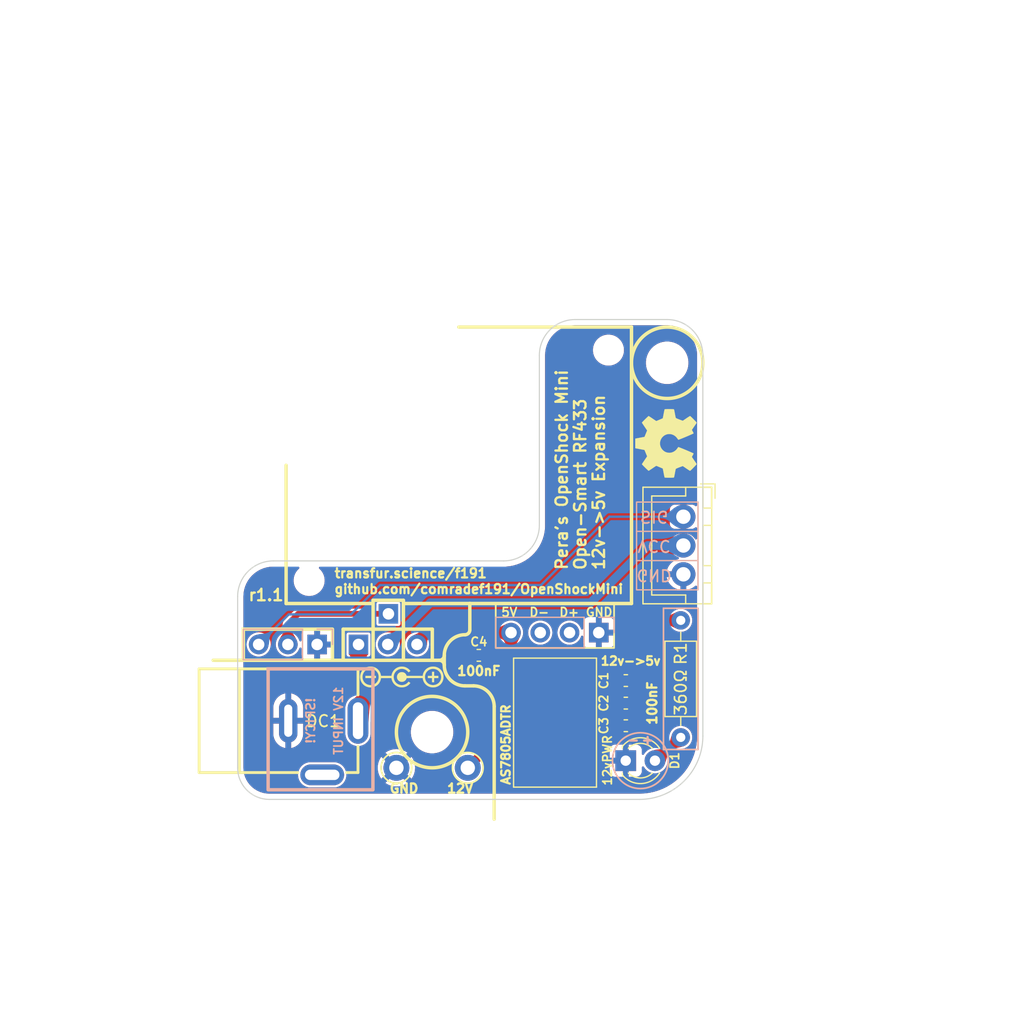
<source format=kicad_pcb>
(kicad_pcb (version 20240108) (generator "pcbnew") (generator_version "8.0")
  (layers (0 "F.Cu" signal) (31 "B.Cu" signal) (34 "B.Paste" user) (35 "F.Paste" user) (36 "B.SilkS" user "B.Silkscreen") (37 "F.SilkS" user "F.Silkscreen") (38 "B.Mask" user) (39 "F.Mask" user) (44 "Edge.Cuts" user))
  (net 0 "")
  (net 1 "GND")
  (net 2 "+12V")
  (net 3 "+5V")
  (net 4 "Net-(D1-A)")
  (net 7 "/TransV")
  (net 8 "+3V3")
  (net 9 "SIGNAL")
  (footprint "MountingHole:MountingHole_2.2mm_M2_ISO7380" (layer "F.Cu") (at 141.7524 68.497)
    (property "Reference" "H4" (hide yes))
    (property "Value" "MountingHole")
    (pad "" np_thru_hole circle (at 0 0) (size 2.2 2.2) (drill 2.2) (layers "*.Cu" "*.Mask"))
  )
  (footprint "Symbol:OSHW-Symbol_6.7x6mm_SilkScreen" (layer "F.Cu") (at 146.7612 76.6064 90)
    (property "Reference" "REF**" (hide yes))
    (property "Value" "OSHW-Symbol_6.7x6mm_SilkScreen" (hide yes))
    (fp_poly (pts (xy 0.501157 -2.279352) (xy 0.576596 -1.879191) (xy 0.854953 -1.764442) (xy 1.13331 -1.649694) (xy 1.467246 -1.876769) (xy 1.560766 -1.939994) (xy 1.645303 -1.996445) (xy 1.716911 -2.043546) (xy 1.771648 -2.078719) (xy 1.805566 -2.099386) (xy 1.814804 -2.103842) (xy 1.831444 -2.092382) (xy 1.867003 -2.060696) (xy 1.917494 -2.012834) (xy 1.978933 -1.952844) (xy 2.047332 -1.884771) (xy 2.118707 -1.812665) (xy 2.189072 -1.740573) (xy 2.254441 -1.672542) (xy 2.310828 -1.61262) (xy 2.354247 -1.564854) (xy 2.380714 -1.533292) (xy 2.387042 -1.522729) (xy 2.377935 -1.503256) (xy 2.352408 -1.460594) (xy 2.313141 -1.398916) (xy 2.262821 -1.322397) (xy 2.20413 -1.235206) (xy 2.170122 -1.185475) (xy 2.108133 -1.094667) (xy 2.053051 -1.012721) (xy 2.007545 -0.943717) (xy 1.97429 -0.891735) (xy 1.955957 -0.860851) (xy 1.953202 -0.854361) (xy 1.959447 -0.835917) (xy 1.976471 -0.792928) (xy 2.001703 -0.731441) (xy 2.032577 -0.6575) (xy 2.066523 -0.577147) (xy 2.100973 -0.496428) (xy 2.133358 -0.421386) (xy 2.16111 -0.358065) (xy 2.18166 -0.312511) (xy 2.19244 -0.290766) (xy 2.193076 -0.28991) (xy 2.210003 -0.285758) (xy 2.255081 -0.276495) (xy 2.323638 -0.263032) (xy 2.411003 -0.246279) (xy 2.512503 -0.227147) (xy 2.571722 -0.216114) (xy 2.68018 -0.195464) (xy 2.778142 -0.175815) (xy 2.860653 -0.15824) (xy 2.922758 -0.143817) (xy 2.959498 -0.133619) (xy 2.966885 -0.130383) (xy 2.974118 -0.108485) (xy 2.979954 -0.059027) (xy 2.984398 0.012206) (xy 2.987452 0.099432) (xy 2.989121 0.196867) (xy 2.989409 0.298728) (xy 2.988319 0.399231) (xy 2.985856 0.49259) (xy 2.982023 0.573026) (xy 2.976824 0.634752) (xy 2.970265 0.671986) (xy 2.96633 0.679738) (xy 2.942812 0.689029) (xy 2.892978 0.702312) (xy 2.823421 0.718026) (xy 2.740732 0.734611) (xy 2.711867 0.739976) (xy 2.572696 0.765468) (xy 2.462762 0.785997) (xy 2.37843 0.802381) (xy 2.31607 0.815434) (xy 2.272049 0.825972) (xy 2.242732 0.834813) (xy 2.22449 0.842769) (xy 2.213688 0.850661) (xy 2.212177 0.85222) (xy 2.19709 0.877343) (xy 2.174077 0.926235) (xy 2.145434 0.992908) (xy 2.113459 1.071378) (xy 2.080449 1.155656) (xy 2.048705 1.239756) (xy 2.020521 1.317691) (xy 1.998198 1.383475) (xy 1.984033 1.431119) (xy 1.980323 1.454639) (xy 1.980633 1.455462) (xy 1.993202 1.474686) (xy 2.021714 1.516985) (xy 2.063177 1.577953) (xy 2.114591 1.65319) (xy 2.17296 1.738293) (xy 2.189583 1.762478) (xy 2.248854 1.850157) (xy 2.30101 1.930156) (xy 2.343209 1.99788) (xy 2.372611 2.048737) (xy 2.386375 2.078132) (xy 2.387042 2.081743) (xy 2.375477 2.100725) (xy 2.343524 2.138327) (xy 2.295288 2.19051) (xy 2.234879 2.253231) (xy 2.166403 2.32245) (xy 2.093968 2.394124) (xy 2.021683 2.464214) (xy 1.953654 2.528676) (xy 1.893989 2.583472) (xy 1.846797 2.624558) (xy 1.816184 2.647894) (xy 1.807715 2.651704) (xy 1.788003 2.64273) (xy 1.747645 2.618527) (xy 1.693214 2.583171) (xy 1.651335 2.554714) (xy 1.575452 2.502497) (xy 1.485588 2.441015) (xy 1.39545 2.37963) (xy 1.346989 2.346777) (xy 1.182959 2.235829) (xy 1.045268 2.310277) (xy 0.982538 2.342892) (xy 0.929197 2.368242) (xy 0.893105 2.382701) (xy 0.883917 2.384712) (xy 0.872871 2.369859) (xy 0.851076 2.327883) (xy 0.820161 2.262657) (xy 0.781754 2.178054) (xy 0.737479 2.077946) (xy 0.688966 1.966203) (xy 0.63784 1.846698) (xy 0.585728 1.723303) (xy 0.534258 1.599891) (xy 0.485056 1.480331) (xy 0.43975 1.368497) (xy 0.399967 1.268262) (xy 0.367332 1.183494) (xy 0.343473 1.118069) (xy 0.330017 1.075856) (xy 0.327853 1.061359) (xy 0.345005 1.042866) (xy 0.382557 1.012849) (xy 0.43266 0.977541) (xy 0.436865 0.974748) (xy 0.566362 0.87109) (xy 0.670779 0.750157) (xy 0.749212 0.615815) (xy 0.800754 0.471931) (xy 0.824502 0.322372) (xy 0.819551 0.171006) (xy 0.784996 0.021699) (xy 0.71993 -0.121682) (xy 0.700788 -0.153052) (xy 0.601221 -0.279727) (xy 0.483596 -0.381447) (xy 0.351982 -0.457687) (xy 0.210452 -0.507915) (xy 0.063076 -0.531603) (xy -0.086075 -0.528223) (xy -0.232929 -0.497245) (xy -0.373416 -0.438139) (xy -0.503464 -0.350379) (xy -0.543692 -0.314758) (xy -0.646074 -0.203257) (xy -0.720678 -0.085878) (xy -0.771854 0.045693) (xy -0.800356 0.175988) (xy -0.807392 0.322483) (xy -0.78393 0.469705) (xy -0.732354 0.612677) (xy -0.655045 0.746424) (xy -0.554387 0.865971) (xy -0.432764 0.966339) (xy -0.41678 0.976919) (xy -0.366139 1.011566) (xy -0.327644 1.041586) (xy -0.30924 1.060753) (xy -0.308972 1.061359) (xy -0.312923 1.082093) (xy -0.328586 1.12915) (xy -0.354333 1.19866) (xy -0.388536 1.28675) (xy -0.429568 1.389551) (xy -0.475802 1.503191) (xy -0.525609 1.623799) (xy -0.577362 1.747505) (xy -0.629434 1.870436) (xy -0.680196 1.988722) (xy -0.728022 2.098494) (xy -0.771283 2.195877) (xy -0.808354 2.277003) (xy -0.837604 2.338) (xy -0.857407 2.374996) (xy -0.865382 2.384712) (xy -0.88975 2.377146) (xy -0.935347 2.356854) (xy -0.99431 2.327461) (xy -1.026731 2.310277) (xy -1.164423 2.235829) (xy -1.328454 2.346777) (xy -1.412187 2.403614) (xy -1.503861 2.466163) (xy -1.589769 2.525058) (xy -1.632799 2.554714) (xy -1.69332 2.595355) (xy -1.744567 2.62756) (xy -1.779856 2.647253) (xy -1.791317 2.651416) (xy -1.808 2.640186) (xy -1.844921 2.608836) (xy -1.898502 2.560619) (xy -1.965162 2.498794) (xy -2.041323 2.426612) (xy -2.089491 2.380266) (xy -2.173762 2.297466) (xy -2.246591 2.223408) (xy -2.305034 2.16126) (xy -2.346147 2.114189) (xy -2.366984 2.085363) (xy -2.368983 2.079513) (xy -2.359706 2.057264) (xy -2.33407 2.012274) (xy -2.294918 1.9491) (xy -2.245094 1.872297) (xy -2.187442 1.786419) (xy -2.171047 1.762478) (xy -2.111309 1.675459) (xy -2.057715 1.597114) (xy -2.01326 1.531845) (xy -1.980942 1.484053) (xy -1.963757 1.458142) (xy -1.962097 1.455462) (xy -1.96458 1.434813) (xy -1.977759 1.389411) (xy -1.999336 1.325246) (xy -2.027014 1.248301) (xy -2.058494 1.164565) (xy -2.091478 1.080026) (xy -2.123669 1.000668) (xy -2.152769 0.93248) (xy -2.176479 0.881447) (xy -2.192502 0.853558) (xy -2.193641 0.85222) (xy -2.203439 0.84425) (xy -2.219988 0.836368) (xy -2.24692 0.827758) (xy -2.287867 0.817605) (xy -2.346463 0.805093) (xy -2.426339 0.789406) (xy -2.531128 0.769727) (xy -2.664462 0.745241) (xy -2.693331 0.739976) (xy -2.778892 0.723446) (xy -2.853483 0.707274) (xy -2.910511 0.693021) (xy -2.943387 0.682249) (xy -2.947795 0.679738) (xy -2.955059 0.657474) (xy -2.960963 0.60772) (xy -2.965504 0.536259) (xy -2.968678 0.448875) (xy -2.970479 0.351353) (xy -2.970907 0.249475) (xy -2.969954 0.149024) (xy -2.967618 0.055785) (xy -2.963896 -0.024459) (xy -2.958781 -0.085925) (xy -2.952272 -0.122831) (xy -2.948348 -0.130383) (xy -2.926503 -0.138003) (xy -2.876758 -0.150399) (xy -2.80407 -0.166495) (xy -2.713395 -0.185217) (xy -2.609689 -0.205489) (xy -2.553186 -0.216114) (xy -2.445983 -0.236154) (xy -2.350383 -0.254309) (xy -2.271059 -0.269667) (xy -2.212684 -0.281318) (xy -2.179931 -0.288351) (xy -2.17454 -0.28991) (xy -2.165429 -0.307489) (xy -2.14617 -0.349831) (xy -2.11933 -0.410887) (xy -2.087475 -0.484608) (xy -2.053173 -0.564945) (xy -2.018992 -0.645849) (xy -1.987498 -0.721269) (xy -1.96126 -0.785158) (xy -1.942843 -0.831465) (xy -1.934815 -0.854143) (xy -1.934666 -0.855134) (xy -1.943767 -0.873023) (xy -1.96928 -0.914191) (xy -2.008525 -0.974545) (xy -2.05882 -1.049994) (xy -2.117483 -1.136447) (xy -2.151586 -1.186105) (xy -2.213727 -1.277157) (xy -2.268919 -1.359823) (xy -2.314471 -1.42992) (xy -2.347688 -1.483268) (xy -2.365878 -1.515684) (xy -2.368505 -1.522951) (xy -2.357212 -1.539864) (xy -2.325991 -1.575979) (xy -2.278831 -1.627246) (xy -2.21972 -1.689624) (xy -2.152645 -1.759062) (xy -2.081596 -1.831518) (xy -2.010559 -1.902943) (xy -1.943524 -1.969294) (xy -1.884479 -2.026523) (xy -1.837411 -2.070585) (xy -1.80631 -2.097435) (xy -1.795905 -2.103842) (xy -1.778963 -2.094832) (xy -1.738442 -2.06952) (xy -1.678283 -2.030481) (xy -1.602424 -1.980294) (xy -1.514804 -1.921535) (xy -1.448711 -1.876769) (xy -1.114775 -1.649694) (xy -0.55806 -1.879191) (xy -0.482622 -2.279352) (xy -0.407183 -2.679514) (xy 0.425719 -2.679514) (xy 0.501157 -2.279352)) (stroke (width 0.01)) (fill solid) (layer "F.SilkS"))
  )
  (footprint "MountingHole:MountingHole_3.2mm_M3_ISO7380" (layer "F.Cu") (at 146.8524 69.597)
    (property "Reference" "H2" (hide yes))
    (property "Value" "MountingHole")
    (pad "" np_thru_hole circle (at 0 0) (size 3.2 3.2) (drill 3.2) (layers "*.Cu" "*.Mask"))
  )
  (footprint "Connector_PinHeader_2.54mm:PinHeader_1x01_P2.54mm_Vertical" (layer "F.Cu") (at 123.332 104.76 -90)
    (property "Reference" "J7" (hide yes))
    (property "Value" "Conn_01x01")
    (pad "1" thru_hole circle (at 0 0 270) (size 2.25 2.25) (drill 1.25) (layers "*.Cu" "*.Mask") (net 1 "GND"))
  )
  (footprint "Symbol:Polarity_Center_Positive_6mm_SilkScreen" (layer "F.Cu") (at 123.7996 96.8756)
    (property "Reference" "REF**" (hide yes))
    (property "Value" "Polarity_Center_Positive_6mm_SilkScreen" (hide yes))
    (fp_poly (pts (xy -2.255342 0.090105) (xy -3.160688 0.090105) (xy -3.160688 -0.090963) (xy -2.255342 -0.090963) (xy -2.255342 0.090105)) (stroke (width 0.01)) (fill solid) (layer "F.SilkS"))
    (fp_poly (pts (xy 2.810826 -0.090963) (xy 3.172964 -0.090963) (xy 3.172964 0.090105) (xy 2.810826 0.090105) (xy 2.810826 0.452244) (xy 2.629757 0.452244) (xy 2.629757 0.090105) (xy 2.267618 0.090105) (xy 2.267618 -0.09089) (xy 2.447744 -0.09187) (xy 2.62787 -0.092849) (xy 2.62885 -0.272976) (xy 2.629829 -0.453102) (xy 2.810826 -0.453102) (xy 2.810826 -0.090963)) (stroke (width 0.01)) (fill solid) (layer "F.SilkS"))
    (fp_poly (pts (xy 2.756708 -0.904823) (xy 2.789459 -0.90356) (xy 2.805436 -0.902367) (xy 2.88589 -0.891404) (xy 2.964849 -0.873611) (xy 3.041638 -0.849262) (xy 3.115582 -0.818632) (xy 3.186008 -0.781996) (xy 3.25224 -0.739627) (xy 3.304994 -0.699096) (xy 3.364732 -0.644334) (xy 3.418864 -0.584645) (xy 3.467158 -0.520402) (xy 3.509378 -0.451977) (xy 3.545292 -0.379742) (xy 3.574665 -0.304068) (xy 3.593642 -0.239964) (xy 3.609771 -0.163535) (xy 3.619732 -0.084991) (xy 3.623498 -0.005671) (xy 3.621042 0.073088) (xy 3.612336 0.149948) (xy 3.602717 0.200964) (xy 3.581179 0.281589) (xy 3.553154 0.358722) (xy 3.518832 0.432083) (xy 3.478402 0.501391) (xy 3.432052 0.566364) (xy 3.379972 0.626721) (xy 3.322351 0.682181) (xy 3.259377 0.732464) (xy 3.232811 0.751012) (xy 3.163271 0.793272) (xy 3.090674 0.828707) (xy 3.014864 0.857377) (xy 2.935682 0.879343) (xy 2.858783 0.893821) (xy 2.839451 0.896193) (xy 2.815574 0.898371) (xy 2.788755 0.900282) (xy 2.760593 0.901855) (xy 2.732693 0.903016) (xy 2.706653 0.903694) (xy 2.684078 0.903817) (xy 2.666567 0.903313) (xy 2.659935 0.902771) (xy 2.650571 0.90174) (xy 2.636017 0.900176) (xy 2.618587 0.898327) (xy 2.607123 0.897122) (xy 2.532581 0.885707) (xy 2.457935 0.86729) (xy 2.384263 0.842317) (xy 2.31264 0.811237) (xy 2.244143 0.774499) (xy 2.179847 0.732551) (xy 2.141246 0.703053) (xy 2.11663 0.681877) (xy 2.08967 0.656746) (xy 2.062404 0.629693) (xy 2.036873 0.602749) (xy 2.015117 0.577947) (xy 2.012555 0.574843) (xy 1.968515 0.515324) (xy 1.929242 0.450547) (xy 1.895113 0.381391) (xy 1.866505 0.308735) (xy 1.843795 0.233456) (xy 1.827362 0.156435) (xy 1.824176 0.136316) (xy 1.817385 0.090105) (xy 1.118175 0.090105) (xy 1.029818 0.090114) (xy 0.948734 0.090143) (xy 0.874647 0.090193) (xy 0.807287 0.090266) (xy 0.74638 0.090364) (xy 0.691653 0.090489) (xy 0.642833 0.090642) (xy 0.599648 0.090826) (xy 0.561824 0.091043) (xy 0.529089 0.091293) (xy 0.50117 0.09158) (xy 0.477793 0.091904) (xy 0.458687 0.092268) (xy 0.443578 0.092673) (xy 0.432193 0.093122) (xy 0.424259 0.093616) (xy 0.419504 0.094157) (xy 0.417655 0.094747) (xy 0.417615 0.09482) (xy 0.402403 0.142497) (xy 0.385583 0.184034) (xy 0.366409 0.220788) (xy 0.344138 0.254114) (xy 0.318026 0.285368) (xy 0.306215 0.297718) (xy 0.265633 0.333551) (xy 0.221402 0.363235) (xy 0.174211 0.386769) (xy 0.124749 0.404152) (xy 0.073703 0.415382) (xy 0.021763 0.42046) (xy -0.030383 0.419384) (xy -0.082047 0.412153) (xy -0.132541 0.398765) (xy -0.181176 0.379221) (xy -0.227263 0.353519) (xy -0.270114 0.321658) (xy -0.294982 0.298582) (xy -0.331586 0.257049) (xy -0.36123 0.213258) (xy -0.384328 0.166553) (xy -0.393732 0.141361) (xy -0.408308 0.086892) (xy -0.415876 0.032018) (xy -0.416301 0.000874) (xy 2.014875 0.000874) (xy 2.01808 0.073847) (xy 2.027811 0.143541) (xy 2.044245 0.210747) (xy 2.06756 0.27626) (xy 2.08467 0.314556) (xy 2.118686 0.376831) (xy 2.158474 0.434504) (xy 2.203634 0.487315) (xy 2.253769 0.535003) (xy 2.30848 0.577309) (xy 2.367367 0.613971) (xy 2.430033 0.64473) (xy 2.496079 0.669326) (xy 2.565107 0.687499) (xy 2.636717 0.698987) (xy 2.678796 0.702459) (xy 2.692399 0.703228) (xy 2.704283 0.703946) (xy 2.708974 0.704255) (xy 2.716142 0.704236) (xy 2.72912 0.703715) (xy 2.746196 0.702777) (xy 2.76566 0.701508) (xy 2.769977 0.701201) (xy 2.844034 0.6923) (xy 2.915096 0.676655) (xy 2.982855 0.654533) (xy 3.047004 0.626202) (xy 3.107235 0.591929) (xy 3.16324 0.55198) (xy 3.214712 0.506623) (xy 3.261342 0.456125) (xy 3.302824 0.400753) (xy 3.33885 0.340773) (xy 3.369111 0.276453) (xy 3.393301 0.20806) (xy 3.408907 0.146689) (xy 3.413685 0.118377) (xy 3.417453 0.084679) (xy 3.420127 0.047696) (xy 3.421625 0.009529) (xy 3.421861 -0.02772) (xy 3.420752 -0.061951) (xy 3.418352 -0.089957) (xy 3.405705 -0.163801) (xy 3.386406 -0.234232) (xy 3.360575 -0.301054) (xy 3.328331 -0.364073) (xy 3.289794 -0.423091) (xy 3.245082 -0.477913) (xy 3.194316 -0.528342) (xy 3.137615 -0.574184) (xy 3.112608 -0.591655) (xy 3.054912 -0.62582) (xy 2.993191 -0.654073) (xy 2.928224 -0.676316) (xy 2.86079 -0.692452) (xy 2.79167 -0.702384) (xy 2.721644 -0.706014) (xy 2.651492 -0.703246) (xy 2.581995 -0.693983) (xy 2.513931 -0.678127) (xy 2.48641 -0.669628) (xy 2.419383 -0.643516) (xy 2.356431 -0.611233) (xy 2.297836 -0.57313) (xy 2.243885 -0.529559) (xy 2.194862 -0.480874) (xy 2.15105 -0.427424) (xy 2.112736 -0.369564) (xy 2.080202 -0.307645) (xy 2.053735 -0.242018) (xy 2.033618 -0.173038) (xy 2.020136 -0.101054) (xy 2.018832 -0.091062) (xy 2.017411 -0.075556) (xy 2.016216 -0.054853) (xy 2.015348 -0.031297) (xy 2.014909 -0.007234) (xy 2.014875 0.000874) (xy -0.416301 0.000874) (xy -0.416622 -0.022612) (xy -0.410736 -0.076348) (xy -0.398407 -0.12854) (xy -0.379821 -0.17854) (xy -0.355168 -0.225696) (xy -0.324636 -0.26936) (xy -0.288414 -0.308881) (xy -0.254884 -0.337523) (xy -0.209563 -0.367464) (xy -0.160993 -0.390995) (xy -0.109935 -0.408098) (xy -0.057149 -0.418752) (xy -0.003397 -0.42294) (xy 0.05056 -0.420641) (xy 0.103963 -0.411838) (xy 0.15605 -0.39651) (xy 0.206061 -0.374639) (xy 0.247563 -0.35009) (xy 0.260021 -0.340843) (xy 0.275432 -0.328136) (xy 0.291493 -0.31392) (xy 0.301292 -0.304691) (xy 0.333913 -0.269418) (xy 0.36134 -0.231592) (xy 0.384214 -0.190068) (xy 0.403172 -0.143699) (xy 0.417729 -0.095679) (xy 0.419237 -0.095083) (xy 0.423618 -0.094536) (xy 0.431144 -0.094037) (xy 0.442087 -0.093583) (xy 0.456722 -0.093172) (xy 0.475321 -0.092803) (xy 0.498156 -0.092475) (xy 0.5255 -0.092184) (xy 0.557627 -0.091929) (xy 0.594809 -0.091709) (xy 0.637318 -0.091521) (xy 0.685428 -0.091364) (xy 0.739411 -0.091236) (xy 0.799541 -0.091135) (xy 0.86609 -0.091059) (xy 0.93933 -0.091006) (xy 1.019536 -0.090975) (xy 1.106978 -0.090963) (xy 1.817976 -0.090963) (xy 1.820564 -0.11454) (xy 1.827478 -0.161845) (xy 1.83795 -0.212635) (xy 1.851278 -0.264163) (xy 1.866763 -0.313686) (xy 1.881351 -0.352777) (xy 1.91564 -0.427117) (xy 1.955915 -0.497061) (xy 2.001863 -0.562365) (xy 2.053173 -0.622788) (xy 2.109532 -0.678088) (xy 2.170629 -0.728023) (xy 2.236151 -0.77235) (xy 2.305786 -0.810826) (xy 2.379223 -0.843211) (xy 2.456149 -0.869262) (xy 2.536253 -0.888737) (xy 2.582102 -0.896638) (xy 2.610989 -0.900016) (xy 2.645137 -0.902581) (xy 2.682303 -0.904276) (xy 2.720242 -0.905043) (xy 2.756708 -0.904823)) (stroke (width 0.01)) (fill solid) (layer "F.SilkS"))
    (fp_poly (pts (xy 0.089528 -0.900767) (xy 0.168479 -0.889934) (xy 0.246388 -0.871956) (xy 0.30792 -0.852268) (xy 0.384695 -0.820531) (xy 0.457977 -0.7822) (xy 0.527403 -0.737547) (xy 0.592608 -0.686841) (xy 0.653231 -0.630354) (xy 0.708909 -0.568356) (xy 0.737295 -0.532002) (xy 0.747331 -0.518482) (xy 0.669209 -0.464101) (xy 0.647694 -0.449242) (xy 0.628097 -0.435931) (xy 0.611301 -0.424749) (xy 0.598188 -0.416279) (xy 0.589643 -0.411101) (xy 0.586672 -0.409721) (xy 0.582322 -0.412538) (xy 0.575188 -0.41992) (xy 0.566954 -0.430089) (xy 0.52409 -0.481084) (xy 0.475325 -0.528255) (xy 0.421562 -0.571041) (xy 0.363703 -0.608883) (xy 0.302648 -0.64122) (xy 0.2393 -0.667492) (xy 0.174561 -0.687138) (xy 0.141562 -0.694375) (xy 0.069362 -0.70442) (xy -0.002648 -0.707164) (xy -0.073959 -0.702762) (xy -0.144057 -0.69137) (xy -0.212429 -0.673143) (xy -0.278563 -0.648236) (xy -0.341946 -0.616804) (xy -0.402066 -0.579001) (xy -0.458411 -0.534984) (xy -0.493729 -0.502158) (xy -0.54346 -0.447541) (xy -0.586566 -0.389327) (xy -0.623062 -0.327488) (xy -0.652962 -0.261996) (xy -0.676279 -0.192825) (xy -0.693028 -0.119946) (xy -0.696012 -0.102279) (xy -0.699415 -0.073215) (xy -0.701494 -0.039194) (xy -0.702245 -0.002638) (xy -0.701669 0.034029) (xy -0.699764 0.068386) (xy -0.696531 0.098008) (xy -0.696088 0.100907) (xy -0.680976 0.173718) (xy -0.659215 0.243563) (xy -0.631048 0.310057) (xy -0.596715 0.37282) (xy -0.556458 0.431468) (xy -0.510519 0.485619) (xy -0.459139 0.53489) (xy -0.40256 0.578899) (xy -0.388064 0.588748) (xy -0.32514 0.625978) (xy -0.259614 0.65635) (xy -0.191993 0.679796) (xy -0.122786 0.696245) (xy -0.052499 0.705627) (xy 0.018358 0.707875) (xy 0.089281 0.702917) (xy 0.15976 0.690686) (xy 0.224692 0.672645) (xy 0.293013 0.646187) (xy 0.357787 0.613204) (xy 0.418598 0.573986) (xy 0.47503 0.528819) (xy 0.526668 0.477993) (xy 0.557733 0.441721) (xy 0.585753 0.406679) (xy 0.603386 0.419288) (xy 0.612089 0.425443) (xy 0.625668 0.434963) (xy 0.642795 0.44692) (xy 0.662141 0.460388) (xy 0.682318 0.474397) (xy 0.701085 0.487521) (xy 0.71753 0.499236) (xy 0.730714 0.508856) (xy 0.739697 0.515693) (xy 0.743542 0.519062) (xy 0.743618 0.519231) (xy 0.741209 0.524348) (xy 0.734548 0.533995) (xy 0.724486 0.547148) (xy 0.711875 0.56278) (xy 0.697564 0.579864) (xy 0.682406 0.597374) (xy 0.66725 0.614283) (xy 0.652947 0.629567) (xy 0.647586 0.635066) (xy 0.586432 0.691677) (xy 0.521488 0.74184) (xy 0.453044 0.785435) (xy 0.381389 0.822341) (xy 0.306813 0.852437) (xy 0.229606 0.875601) (xy 0.150056 0.891712) (xy 0.068455 0.900649) (xy 0.008024 0.902573) (xy -0.068857 0.899907) (xy -0.141594 0.891748) (xy -0.211524 0.87778) (xy -0.279988 0.857691) (xy -0.348325 0.831165) (xy -0.400308 0.806855) (xy -0.47187 0.766907) (xy -0.539122 0.720884) (xy -0.601719 0.669131) (xy -0.659313 0.611991) (xy -0.711556 0.54981) (xy -0.758102 0.482932) (xy -0.798588 0.411731) (xy -0.832516 0.337655) (xy -0.859209 0.262489) (xy -0.878977 0.185291) (xy -0.886836 0.142703) (xy -0.895295 0.090075) (xy -1.808327 0.091991) (xy -1.811177 0.118397) (xy -1.821052 0.182328) (xy -1.836796 0.248283) (xy -1.857775 0.314468) (xy -1.883352 0.379085) (xy -1.912892 0.440341) (xy -1.94402 0.493739) (xy -1.973333 0.536126) (xy -2.00689 0.578981) (xy -2.043184 0.620617) (xy -2.080706 0.659348) (xy -2.117948 0.693487) (xy -2.135717 0.708092) (xy -2.203319 0.756701) (xy -2.273847 0.798358) (xy -2.347287 0.833057) (xy -2.423626 0.860794) (xy -2.502851 0.881562) (xy -2.584947 0.895359) (xy -2.669901 0.902178) (xy -2.687267 0.902705) (xy -2.710312 0.903115) (xy -2.731788 0.90331) (xy -2.750125 0.90329) (xy -2.763757 0.903055) (xy -2.770258 0.902708) (xy -2.821399 0.896964) (xy -2.866902 0.890366) (xy -2.908657 0.882539) (xy -2.948554 0.873105) (xy -2.988484 0.861691) (xy -3.007911 0.855499) (xy -3.083049 0.826947) (xy -3.154531 0.791973) (xy -3.222044 0.750918) (xy -3.285274 0.704124) (xy -3.343908 0.651933) (xy -3.397631 0.594686) (xy -3.446131 0.532725) (xy -3.489093 0.466392) (xy -3.526204 0.396029) (xy -3.55715 0.321977) (xy -3.581618 0.244578) (xy -3.586598 0.225105) (xy -3.594367 0.191744) (xy -3.600391 0.161804) (xy -3.60487 0.133459) (xy -3.608006 0.104886) (xy -3.609997 0.07426) (xy -3.611046 0.039758) (xy -3.61135 -0.00043) (xy -3.611336 -0.002315) (xy -3.413431 -0.002315) (xy -3.409924 0.072619) (xy -3.399472 0.145241) (xy -3.382174 0.21524) (xy -3.358131 0.282304) (xy -3.327444 0.346122) (xy -3.290212 0.406382) (xy -3.274316 0.428355) (xy -3.228673 0.482675) (xy -3.177937 0.531663) (xy -3.122609 0.575049) (xy -3.063191 0.612564) (xy -3.000183 0.643941) (xy -2.934084 0.668909) (xy -2.865396 0.687201) (xy -2.794619 0.698548) (xy -2.766485 0.701037) (xy -2.748846 0.702245) (xy -2.73343 0.703301) (xy -2.722148 0.704075) (xy -2.717446 0.704399) (xy -2.711042 0.704326) (xy -2.698732 0.703764) (xy -2.682133 0.7028) (xy -2.66286 0.701523) (xy -2.6573 0.701128) (xy -2.583962 0.692275) (xy -2.51353 0.676696) (xy -2.446319 0.654705) (xy -2.382642 0.626616) (xy -2.322814 0.592743) (xy -2.267147 0.553399) (xy -2.215958 0.5089) (xy -2.169558 0.459559) (xy -2.128263 0.405689) (xy -2.092386 0.347606) (xy -2.062241 0.285624) (xy -2.038142 0.220055) (xy -2.020403 0.151215) (xy -2.009338 0.079418) (xy -2.006887 0.050496) (xy -2.005486 -0.024213) (xy -2.011033 -0.097048) (xy -2.023319 -0.167637) (xy -2.042138 -0.235603) (xy -2.067282 -0.300575) (xy -2.098543 -0.362178) (xy -2.135715 -0.420039) (xy -2.17859 -0.473783) (xy -2.22696 -0.523038) (xy -2.280619 -0.56743) (xy -2.339358 -0.606584) (xy -2.385564 -0.631764) (xy -2.451223 -0.660265) (xy -2.519434 -0.681949) (xy -2.589504 -0.696811) (xy -2.660745 -0.704847) (xy -2.732463 -0.706053) (xy -2.803969 -0.700423) (xy -2.87457 -0.687953) (xy -2.943576 -0.668638) (xy -3.010296 -0.642474) (xy -3.024029 -0.636072) (xy -3.086913 -0.601854) (xy -3.144988 -0.562013) (xy -3.198026 -0.516924) (xy -3.245796 -0.466961) (xy -3.288068 -0.412498) (xy -3.324613 -0.353909) (xy -3.355199 -0.29157) (xy -3.379598 -0.225853) (xy -3.397579 -0.157133) (xy -3.408913 -0.085785) (xy -3.413369 -0.012182) (xy -3.413431 -0.002315) (xy -3.611336 -0.002315) (xy -3.611045 -0.040579) (xy -3.61 -0.075043) (xy -3.608023 -0.105658) (xy -3.604921 -0.13426) (xy -3.600501 -0.162689) (xy -3.59457 -0.192783) (xy -3.588181 -0.221107) (xy -3.565943 -0.299676) (xy -3.537123 -0.374867) (xy -3.502032 -0.446375) (xy -3.460981 -0.513893) (xy -3.414279 -0.577113) (xy -3.362237 -0.635729) (xy -3.305166 -0.689434) (xy -3.243375 -0.737921) (xy -3.177176 -0.780883) (xy -3.106877 -0.818015) (xy -3.032791 -0.849008) (xy -2.955226 -0.873556) (xy -2.919262 -0.88242) (xy -2.888266 -0.88912) (xy -2.860832 -0.894306) (xy -2.835173 -0.898156) (xy -2.809502 -0.900851) (xy -2.78203 -0.902568) (xy -2.750971 -0.903489) (xy -2.714537 -0.90379) (xy -2.706129 -0.903792) (xy -2.665722 -0.903426) (xy -2.630956 -0.90227) (xy -2.59995 -0.900124) (xy -2.570823 -0.896791) (xy -2.541696 -0.892073) (xy -2.510686 -0.88577) (xy -2.489451 -0.880923) (xy -2.415795 -0.860061) (xy -2.343258 -0.832657) (xy -2.27317 -0.799336) (xy -2.206856 -0.760728) (xy -2.14915 -0.720173) (xy -2.1217 -0.697693) (xy -2.092157 -0.671203) (xy -2.062477 -0.642606) (xy -2.034618 -0.613807) (xy -2.010535 -0.58671) (xy -2.004562 -0.579473) (xy -1.959225 -0.517849) (xy -1.91893 -0.451667) (xy -1.884137 -0.381982) (xy -1.855303 -0.309851) (xy -1.832884 -0.236329) (xy -1.817341 -0.162472) (xy -1.814032 -0.140003) (xy -1.811873 -0.124195) (xy -1.809863 -0.11042) (xy -1.808351 -0.101048) (xy -1.808048 -0.099451) (xy -1.806297 -0.090963) (xy -0.89355 -0.090963) (xy -0.89355 -0.099905) (xy -0.892756 -0.109647) (xy -0.890583 -0.125065) (xy -0.887341 -0.144485) (xy -0.88334 -0.16623) (xy -0.878892 -0.188625) (xy -0.874308 -0.209995) (xy -0.869898 -0.228662) (xy -0.869051 -0.231977) (xy -0.845854 -0.306511) (xy -0.815652 -0.379238) (xy -0.778893 -0.449511) (xy -0.736028 -0.516687) (xy -0.687505 -0.58012) (xy -0.633773 -0.639164) (xy -0.575282 -0.693174) (xy -0.516112 -0.738955) (xy -0.447867 -0.78266) (xy -0.376433 -0.819803) (xy -0.302339 -0.85031) (xy -0.226113 -0.874109) (xy -0.148284 -0.891127) (xy -0.069382 -0.901291) (xy 0.010065 -0.904529) (xy 0.089528 -0.900767)) (stroke (width 0.01)) (fill solid) (layer "F.SilkS"))
  )
  (footprint "Connector_PinHeader_2.54mm:PinHeader_1x03_P2.54mm_Vertical" (layer "F.Cu") (at 120.0404 94.05275 90)
    (property "Reference" "J2" (hide yes))
    (property "Value" "Conn_01x03")
    (fp_line (start -1.33 -1.33) (end 0 -1.33) (stroke (width 0.12)) (layer "F.SilkS"))
    (fp_line (start -1.33 0) (end -1.33 -1.33) (stroke (width 0.12)) (layer "F.SilkS"))
    (fp_line (start 1.33 1.27) (end 1.33 6.41) (stroke (width 0.12)) (layer "F.SilkS"))
    (fp_line (start -1.33 1.27) (end 1.33 1.27) (stroke (width 0.12)) (layer "F.SilkS"))
    (fp_line (start -1.33 1.27) (end -1.33 6.41) (stroke (width 0.12)) (layer "F.SilkS"))
    (fp_line (start -1.33 6.41) (end 1.33 6.41) (stroke (width 0.12)) (layer "F.SilkS"))
    (pad "1" thru_hole rect (at 0 0 90) (size 1.7 1.7) (drill 1) (layers "*.Cu" "*.Mask") (net 2 "+12V"))
    (pad "2" thru_hole oval (at 0 2.54 90) (size 1.7 1.7) (drill 1) (layers "*.Cu" "*.Mask") (net 7 "/TransV"))
    (pad "3" thru_hole oval (at 0 5.08 90) (size 1.7 1.7) (drill 1) (layers "*.Cu" "*.Mask") (net 3 "+5V"))
  )
  (footprint "Capacitor_SMD:C_0603_1608Metric_Pad1.08x0.95mm_HandSolder" (layer "F.Cu") (at 143.26 97.187)
    (property "Reference" "C1" (at -1.4772 0 90) (layer "F.SilkS") (effects (font (size 0.75 0.75)) (justify bottom)))
    (property "Value" "100nF")
    (fp_line (start -0.146267 -0.51) (end 0.146267 -0.51) (stroke (width 0.12)) (layer "F.SilkS"))
    (fp_line (start -0.146267 0.51) (end 0.146267 0.51) (stroke (width 0.12)) (layer "F.SilkS"))
    (pad "1" smd roundrect (at -0.8625 0) (size 1.075 0.95) (layers "F.Cu" "F.Paste" "F.Mask") (net 2 "+12V"))
    (pad "2" smd roundrect (at 0.8625 0) (size 1.075 0.95) (layers "F.Cu" "F.Paste" "F.Mask") (net 1 "GND"))
  )
  (footprint "EASYEDA Footprints:DC-IN-TH_JPD1030-N521-4F" (layer "F.Cu") (at 116.967 103.022)
    (property "Reference" "DC1" (at 0 -2.311 0) (layer "F.SilkS"))
    (property "Value" "JPD1030-N521-4F")
    (fp_line (start -10.77 -6.85) (end -10.77 2.15) (stroke (width 0.25)) (layer "F.SilkS"))
    (fp_line (start -10.77 2.15) (end -2.19 2.15) (stroke (width 0.25)) (layer "F.SilkS"))
    (fp_line (start -7.27 -6.85) (end -7.27 2.15) (stroke (width 0.25)) (layer "F.SilkS"))
    (fp_line (start 2.04 2.15) (end 3.03 2.15) (stroke (width 0.25)) (layer "F.SilkS"))
    (fp_line (start 3.03 -6.85) (end -10.77 -6.85) (stroke (width 0.25)) (layer "F.SilkS"))
    (fp_line (start 3.03 -4.59) (end 3.03 -6.84) (stroke (width 0.25)) (layer "F.SilkS"))
    (fp_line (start 3.03 2.15) (end 3.03 -0.12) (stroke (width 0.25)) (layer "F.SilkS"))
    (pad "1" thru_hole oval (at 3.03 -2.35) (size 1.8 4) (drill oval 0.900024 3.199994) (layers "*.Cu" "*.Mask") (net 2 "+12V"))
    (pad "2" thru_hole oval (at -3.03 -2.35 180) (size 1.6 3.8) (drill oval 0.700024 2.799994) (layers "*.Cu" "*.Mask") (net 1 "GND"))
    (pad "3" thru_hole oval (at -0.08 2.35) (size 3.8 1.8) (drill oval 2.999994 0.900024) (layers "*.Cu" "*.Mask"))
  )
  (footprint "MountingHole:MountingHole_3.2mm_M3_ISO7380" (layer "F.Cu") (at 126.432 101.66)
    (property "Reference" "H1" (hide yes))
    (property "Value" "MountingHole")
    (pad "" np_thru_hole circle (at 0 0) (size 3.2 3.2) (drill 3.2) (layers "*.Cu" "*.Mask"))
  )
  (footprint "Capacitor_SMD:C_0603_1608Metric_Pad1.08x0.95mm_HandSolder" (layer "F.Cu") (at 143.26 99.147)
    (property "Reference" "C2" (at -1.4772 0 90) (layer "F.SilkS") (effects (font (size 0.75 0.75)) (justify bottom)))
    (property "Value" "100nF")
    (fp_line (start -0.146267 -0.51) (end 0.146267 -0.51) (stroke (width 0.12)) (layer "F.SilkS"))
    (fp_line (start -0.146267 0.51) (end 0.146267 0.51) (stroke (width 0.12)) (layer "F.SilkS"))
    (pad "1" smd roundrect (at -0.8625 0) (size 1.075 0.95) (layers "F.Cu" "F.Paste" "F.Mask") (net 2 "+12V"))
    (pad "2" smd roundrect (at 0.8625 0) (size 1.075 0.95) (layers "F.Cu" "F.Paste" "F.Mask") (net 1 "GND"))
  )
  (footprint "Connector_PinHeader_2.54mm:PinHeader_1x01_P2.54mm_Vertical" (layer "F.Cu") (at 122.6404 91.39275 90)
    (property "Reference" "J5" (hide yes))
    (property "Value" "Conn_01x01" (hide yes))
    (pad "1" thru_hole rect (at 0 0 90) (size 1.7 1.7) (drill 1) (layers "*.Cu" "*.Mask") (net 8 "+3V3"))
  )
  (footprint "CustomFootprints:OpenShockCore-Mini" (layer "F.Cu") (at 126.432 101.66)
    (property "Reference" "REF**" (hide yes))
    (property "Value" "OpenShockCore-Mini")
    (fp_line (start 0 -0.635) (end 0 -1.27) (stroke (width 0.1)) (layer "F.SilkS"))
    (fp_circle (center 0 0) (end 0.635 0) (stroke (width 0.1)) (fill solid) (layer "F.SilkS"))
  )
  (footprint "Capacitor_SMD:C_0603_1608Metric_Pad1.08x0.95mm_HandSolder" (layer "F.Cu") (at 130.49 94.996 180)
    (property "Reference" "C4" (at 0 0.73 0) (layer "F.SilkS") (effects (font (size 0.75 0.75)) (justify bottom)))
    (property "Value" "100nF")
    (fp_line (start -0.146267 0.51) (end 0.146267 0.51) (stroke (width 0.12)) (layer "F.SilkS"))
    (fp_line (start -0.146267 -0.51) (end 0.146267 -0.51) (stroke (width 0.12)) (layer "F.SilkS"))
    (pad "1" smd roundrect (at -0.8625 0 180) (size 1.075 0.95) (layers "F.Cu" "F.Paste" "F.Mask") (net 3 "+5V"))
    (pad "2" smd roundrect (at 0.8625 0 180) (size 1.075 0.95) (layers "F.Cu" "F.Paste" "F.Mask") (net 1 "GND"))
  )
  (footprint "MountingHole:MountingHole_2.2mm_M2_ISO7380" (layer "F.Cu") (at 115.7524 88.497)
    (property "Reference" "H3" (hide yes))
    (property "Value" "MountingHole")
    (pad "" np_thru_hole circle (at 0 0) (size 2.2 2.2) (drill 2.2) (layers "*.Cu" "*.Mask"))
  )
  (footprint "CustomFootprints:JST-XH 03 - Endstop" (layer "F.Cu") (at 148.2598 82.9602 -90)
    (property "Reference" "J4" (hide yes))
    (property "Value" "Conn_01x03")
    (fp_line (start 1.27 -1.27) (end 1.27 4.064) (stroke (width 0.12)) (layer "B.SilkS"))
    (fp_line (start 3.81 -1.27) (end 3.81 4.064) (stroke (width 0.12)) (layer "B.SilkS"))
    (fp_rect (start -1.27 -1.27) (end 6.35 4.064) (stroke (width 0.12)) (fill none) (layer "B.SilkS"))
    (fp_line (start -2.56 3.51) (end 7.56 3.51) (stroke (width 0.12)) (layer "F.SilkS"))
    (fp_line (start 7.56 3.51) (end 7.56 -2.46) (stroke (width 0.12)) (layer "F.SilkS"))
    (fp_line (start -1.8 2.75) (end 2.5 2.75) (stroke (width 0.12)) (layer "F.SilkS"))
    (fp_line (start 6.8 2.75) (end 2.5 2.75) (stroke (width 0.12)) (layer "F.SilkS"))
    (fp_line (start -2.55 -0.2) (end -1.8 -0.2) (stroke (width 0.12)) (layer "F.SilkS"))
    (fp_line (start -1.8 -0.2) (end -1.8 2.75) (stroke (width 0.12)) (layer "F.SilkS"))
    (fp_line (start 6.8 -0.2) (end 6.8 2.75) (stroke (width 0.12)) (layer "F.SilkS"))
    (fp_line (start 7.55 -0.2) (end 6.8 -0.2) (stroke (width 0.12)) (layer "F.SilkS"))
    (fp_line (start -2.55 -1.7) (end -0.75 -1.7) (stroke (width 0.12)) (layer "F.SilkS"))
    (fp_line (start -0.75 -1.7) (end -0.75 -2.45) (stroke (width 0.12)) (layer "F.SilkS"))
    (fp_line (start 0.75 -1.7) (end 4.25 -1.7) (stroke (width 0.12)) (layer "F.SilkS"))
    (fp_line (start 4.25 -1.7) (end 4.25 -2.45) (stroke (width 0.12)) (layer "F.SilkS"))
    (fp_line (start 5.75 -1.7) (end 7.55 -1.7) (stroke (width 0.12)) (layer "F.SilkS"))
    (fp_line (start 7.55 -1.7) (end 7.55 -2.45) (stroke (width 0.12)) (layer "F.SilkS"))
    (fp_line (start -2.55 -2.45) (end -2.55 -1.7) (stroke (width 0.12)) (layer "F.SilkS"))
    (fp_line (start -0.75 -2.45) (end -2.55 -2.45) (stroke (width 0.12)) (layer "F.SilkS"))
    (fp_line (start 0.75 -2.45) (end 0.75 -1.7) (stroke (width 0.12)) (layer "F.SilkS"))
    (fp_line (start 4.25 -2.45) (end 0.75 -2.45) (stroke (width 0.12)) (layer "F.SilkS"))
    (fp_line (start 5.75 -2.45) (end 5.75 -1.7) (stroke (width 0.12)) (layer "F.SilkS"))
    (fp_line (start 7.55 -2.45) (end 5.75 -2.45) (stroke (width 0.12)) (layer "F.SilkS"))
    (fp_line (start -2.56 -2.46) (end -2.56 3.51) (stroke (width 0.12)) (layer "F.SilkS"))
    (fp_line (start 7.56 -2.46) (end -2.56 -2.46) (stroke (width 0.12)) (layer "F.SilkS"))
    (fp_line (start -2.85 -2.75) (end -2.85 -1.5) (stroke (width 0.12)) (layer "F.SilkS"))
    (fp_line (start -1.6 -2.75) (end -2.85 -2.75) (stroke (width 0.12)) (layer "F.SilkS"))
    (fp_text user "GND" (at 5.08 2.54 180) (layer "B.SilkS") (effects (justify mirror)))
    (fp_text user "VCC" (at 2.54 2.54 180) (layer "B.SilkS") (effects (justify mirror)))
    (fp_text user "SIG" (at 0 2.54 180) (layer "B.SilkS") (effects (justify mirror)))
    (pad "1" thru_hole circle (at 0 0 270) (size 2.1 2.1) (drill 1.25) (layers "*.Cu" "*.Mask") (net 9 "SIGNAL"))
    (pad "2" thru_hole circle (at 2.5 0 270) (size 2.1 2.1) (drill 1.25) (layers "*.Cu" "*.Mask") (net 7 "/TransV"))
    (pad "3" thru_hole circle (at 5 0 270) (size 2.1 2.1) (drill 1.25) (layers "*.Cu" "*.Mask") (net 1 "GND"))
  )
  (footprint "Connector_PinHeader_2.54mm:PinHeader_1x01_P2.54mm_Vertical" (layer "F.Cu") (at 129.532 104.76 -90)
    (property "Reference" "J6" (hide yes))
    (property "Value" "Conn_01x01" (hide yes))
    (pad "1" thru_hole circle (at 0 0 270) (size 2.25 2.25) (drill 1.25) (layers "*.Cu" "*.Mask") (net 2 "+12V"))
  )
  (footprint "CustomFootprints:Open-Smart RF433 Module" (layer "F.Cu") (at 116.1824 82.987)
    (property "Reference" "U1" (hide yes))
    (property "Value" "~")
    (fp_line (start -2.43 7.51) (end -2.43 -4.49) (stroke (width 0.3)) (layer "F.SilkS") (net 95))
    (fp_line (start 27.57 -16.49) (end 12.57 -16.49) (stroke (width 0.3)) (layer "F.SilkS") (net 95))
    (fp_line (start 27.57 7.51) (end 27.57 -16.49) (stroke (width 0.3)) (layer "F.SilkS") (net 95))
  )
  (footprint "Capacitor_SMD:C_0603_1608Metric_Pad1.08x0.95mm_HandSolder" (layer "F.Cu") (at 143.26 101.107)
    (property "Reference" "C3" (at -1.4772 0 90) (layer "F.SilkS") (effects (font (size 0.75 0.75)) (justify bottom)))
    (property "Value" "100nF")
    (fp_line (start -0.146267 -0.51) (end 0.146267 -0.51) (stroke (width 0.12)) (layer "F.SilkS"))
    (fp_line (start -0.146267 0.51) (end 0.146267 0.51) (stroke (width 0.12)) (layer "F.SilkS"))
    (pad "1" smd roundrect (at -0.8625 0) (size 1.075 0.95) (layers "F.Cu" "F.Paste" "F.Mask") (net 2 "+12V"))
    (pad "2" smd roundrect (at 0.8625 0) (size 1.075 0.95) (layers "F.Cu" "F.Paste" "F.Mask") (net 1 "GND"))
  )
  (footprint "PCM_Package_TO_SOT_SMD_AKL:TO-252-2" (layer "F.Cu") (at 137.11 100.838 -90)
    (property "Reference" "U2" (hide yes))
    (property "Value" "AS7805ADTR-G1" (hide yes))
    (fp_line (start -5.6 3.6) (end 5.6 3.6) (stroke (width 0.12)) (layer "F.SilkS"))
    (fp_line (start 5.6 3.6) (end 5.6 -3.6) (stroke (width 0.12)) (layer "F.SilkS"))
    (fp_line (start -5.6 -3.6) (end -5.6 3.6) (stroke (width 0.12)) (layer "F.SilkS"))
    (fp_line (start 5.6 -3.6) (end -5.6 -3.6) (stroke (width 0.12)) (layer "F.SilkS"))
    (pad "1" smd roundrect (at -4.2 -2.28 270) (size 2.2 1.2) (layers "F.Cu" "F.Paste" "F.Mask") (roundrect_rratio 0.2083333333) (net 2 "+12V"))
    (pad "2" smd roundrect (at 2.1 0 270) (size 6.4 5.8) (layers "F.Cu" "F.Mask") (roundrect_rratio 0.04310344828) (net 1 "GND"))
    (pad "3" smd roundrect (at -4.2 2.28 270) (size 2.2 1.2) (layers "F.Cu" "F.Paste" "F.Mask") (roundrect_rratio 0.2083333333) (net 3 "+5V"))
  )
  (footprint "LED_THT:LED_D3.0mm" (layer "F.Cu") (at 143.251 104.14)
    (property "Reference" "D1" (at 3.815 0 90) (layer "F.SilkS") (effects (font (size 0.75 0.75)) (justify top)))
    (property "Value" "5vPWR")
    (fp_line (start -0.29 -1.236) (end -0.29 -1.08) (stroke (width 0.12)) (layer "F.SilkS"))
    (fp_line (start -0.29 1.08) (end -0.29 1.236) (stroke (width 0.12)) (layer "F.SilkS"))
    (fp_arc (start -0.29 -1.235516) (mid 1.366487 -1.987659) (end 2.942335 -1.078608) (stroke (width 0.12)) (layer "F.SilkS"))
    (fp_arc (start 0.229039 -1.08) (mid 1.270117 -1.5) (end 2.31113 -1.079837) (stroke (width 0.12)) (layer "F.SilkS"))
    (fp_arc (start 2.31113 1.079837) (mid 1.270117 1.5) (end 0.229039 1.08) (stroke (width 0.12)) (layer "F.SilkS"))
    (fp_arc (start 2.942335 1.078608) (mid 1.366487 1.987659) (end -0.29 1.235516) (stroke (width 0.12)) (layer "F.SilkS"))
    (pad "1" thru_hole rect (at 0 0) (size 1.8 1.8) (drill 0.9) (layers "*.Cu" "*.Mask") (net 1 "GND"))
    (pad "2" thru_hole circle (at 2.54 0) (size 1.8 1.8) (drill 0.9) (layers "*.Cu" "*.Mask") (net 4 "Net-(D1-A)"))
  )
  (footprint "CustomFootprints:THT-Resistor_Customised" (layer "F.Cu") (at 148.0312 102.1202 90)
    (property "Reference" "R1" (at 8.35 0 90) (layer "F.SilkS") (effects (justify right)))
    (property "Value" "360Ω" (at 1.81 0 90) (layer "F.SilkS") (effects (justify left)))
    (fp_line (start 8.35 -1.37) (end 1.81 -1.37) (stroke (width 0.12)) (layer "F.SilkS"))
    (fp_line (start 1.81 -1.37) (end 1.81 1.37) (stroke (width 0.12)) (layer "F.SilkS"))
    (fp_line (start 9.12 0) (end 8.35 0) (stroke (width 0.12)) (layer "F.SilkS"))
    (fp_line (start 1.04 0) (end 1.81 0) (stroke (width 0.12)) (layer "F.SilkS"))
    (fp_line (start 8.35 1.37) (end 8.35 -1.37) (stroke (width 0.12)) (layer "F.SilkS"))
    (fp_line (start 1.81 1.37) (end 8.35 1.37) (stroke (width 0.12)) (layer "F.SilkS"))
    (pad "1" thru_hole circle (at 0 0 90) (size 1.6 1.6) (drill 0.8) (layers "*.Cu" "*.Mask") (net 4 "Net-(D1-A)"))
    (pad "2" thru_hole oval (at 10.16 0 90) (size 1.6 1.6) (drill 0.8) (layers "*.Cu" "*.Mask") (net 2 "+12V"))
  )
  (footprint "Connector_PinSocket_2.54mm:PinSocket_1x03_P2.54mm_Vertical" (layer "B.Cu") (at 116.446 94.05275 90)
    (property "Reference" "J3" (hide yes))
    (property "Value" "Conn_01x03")
    (fp_line (start 1.33 -6.41) (end -1.33 -6.41) (stroke (width 0.12)) (layer "B.SilkS"))
    (fp_line (start 1.33 -6.41) (end 1.33 -1.27) (stroke (width 0.12)) (layer "B.SilkS"))
    (fp_line (start -1.33 -6.41) (end -1.33 -1.27) (stroke (width 0.12)) (layer "B.SilkS"))
    (fp_line (start 1.33 -1.27) (end -1.33 -1.27) (stroke (width 0.12)) (layer "B.SilkS"))
    (fp_line (start 1.33 0) (end 1.33 1.33) (stroke (width 0.12)) (layer "B.SilkS"))
    (fp_line (start 1.33 1.33) (end 0 1.33) (stroke (width 0.12)) (layer "B.SilkS"))
    (pad "1" thru_hole rect (at 0 0 90) (size 1.7 1.7) (drill 1) (layers "*.Cu" "*.Mask") (net 1 "GND"))
    (pad "2" thru_hole oval (at 0 -2.54 90) (size 1.7 1.7) (drill 1) (layers "*.Cu" "*.Mask") (net 8 "+3V3"))
    (pad "3" thru_hole oval (at 0 -5.08 90) (size 1.7 1.7) (drill 1) (layers "*.Cu" "*.Mask") (net 9 "SIGNAL"))
  )
  (footprint "Connector_PinSocket_2.54mm:PinSocket_1x04_P2.54mm_Vertical" (layer "B.Cu") (at 140.91 93.024 90)
    (property "Reference" "J1" (hide yes))
    (property "Value" "Conn_01x04")
    (fp_line (start 1.33 -8.95) (end -1.33 -8.95) (stroke (width 0.12)) (layer "B.SilkS"))
    (fp_line (start 1.33 -8.95) (end 1.33 -1.27) (stroke (width 0.12)) (layer "B.SilkS"))
    (fp_line (start -1.33 -8.95) (end -1.33 -1.27) (stroke (width 0.12)) (layer "B.SilkS"))
    (fp_line (start 1.33 -1.27) (end -1.33 -1.27) (stroke (width 0.12)) (layer "B.SilkS"))
    (fp_line (start 1.33 0) (end 1.33 1.33) (stroke (width 0.12)) (layer "B.SilkS"))
    (fp_line (start 1.33 1.33) (end 0 1.33) (stroke (width 0.12)) (layer "B.SilkS"))
    (pad "1" thru_hole rect (at 0 0 90) (size 1.7 1.7) (drill 1) (layers "*.Cu" "*.Mask") (net 1 "GND"))
    (pad "2" thru_hole oval (at 0 -2.54 90) (size 1.7 1.7) (drill 1) (layers "*.Cu" "*.Mask"))
    (pad "3" thru_hole oval (at 0 -5.08 90) (size 1.7 1.7) (drill 1) (layers "*.Cu" "*.Mask"))
    (pad "4" thru_hole oval (at 0 -7.62 90) (size 1.7 1.7) (drill 1) (layers "*.Cu" "*.Mask") (net 3 "+5V"))
  )
  (gr_rect (start 146.5312 90.9102) (end 149.5312 103.1702) (stroke (width 0.15)) (fill none) (layer "B.SilkS"))
  (gr_circle (center 144.526 104.14) (end 146.951 104.14) (stroke (width 0.15)) (fill none) (layer "B.SilkS"))
  (gr_rect (start 112.1902 96.172) (end 121.2918 106.67) (stroke (width 0.3)) (fill none) (layer "B.SilkS"))
  (gr_arc (start 127.491202 95.001169) (mid 127.366245 95.302842) (end 127.064571 95.4278) (stroke (width 0.3)) (layer "F.SilkS"))
  (gr_arc (start 129.282973 97.646202) (mid 128.016 97.121404) (end 127.491202 95.854431) (stroke (width 0.3)) (layer "F.SilkS"))
  (gr_line (start 118.7104 92.72275) (end 126.4504 92.72275) (stroke (width 0.3)) (layer "F.SilkS"))
  (gr_line (start 121.3104 90.21275) (end 123.9404 90.21275) (stroke (width 0.3)) (layer "F.SilkS"))
  (gr_line (start 127.064571 95.4278) (end 107.419749 95.4278) (stroke (width 0.3)) (layer "F.SilkS"))
  (gr_line (start 121.3104 90.21275) (end 121.3104 95.38275) (stroke (width 0.3)) (layer "F.SilkS"))
  (gr_arc (start 130.034229 97.646202) (mid 131.301202 98.171) (end 131.826 99.437973) (stroke (width 0.3)) (layer "F.SilkS"))
  (gr_line (start 143.7524 90.497) (end 129.709604 90.497) (stroke (width 0.3)) (layer "F.SilkS"))
  (gr_circle (center 123.332 104.76) (end 123.332 106.09) (stroke (width 0.15)) (fill none) (layer "F.SilkS"))
  (gr_arc (start 127.491202 95.001169) (mid 128.015999 93.734195) (end 129.282973 93.209398) (stroke (width 0.3)) (layer "F.SilkS"))
  (gr_rect (start 110.036 92.72275) (end 117.776 95.4278) (stroke (width 0.3)) (fill none) (layer "F.SilkS"))
  (gr_line (start 123.9404 90.21275) (end 123.9404 95.38275) (stroke (width 0.3)) (layer "F.SilkS"))
  (gr_circle (center 126.432 101.66) (end 129.532 101.66) (stroke (width 0.3)) (fill none) (layer "F.SilkS"))
  (gr_arc (start 127.064571 95.4278) (mid 127.366245 95.552757) (end 127.491202 95.854431) (stroke (width 0.3)) (layer "F.SilkS"))
  (gr_circle (center 146.8524 69.597) (end 149.9524 69.597) (stroke (width 0.3)) (fill none) (layer "F.SilkS"))
  (gr_line (start 129.282973 97.646202) (end 130.034229 97.646202) (stroke (width 0.3)) (layer "F.SilkS"))
  (gr_line (start 129.709604 90.497) (end 129.709604 92.782767) (stroke (width 0.3)) (layer "F.SilkS"))
  (gr_rect (start 121.2596 90.21275) (end 121.3104 90.497) (stroke (width 0.15)) (fill none) (layer "F.SilkS"))
  (gr_line (start 121.2596 90.497) (end 113.7524 90.497) (stroke (width 0.3)) (layer "F.SilkS"))
  (gr_circle (center 129.532 104.76) (end 129.532 106.09) (stroke (width 0.15)) (fill none) (layer "F.SilkS"))
  (gr_arc (start 129.709604 92.782767) (mid 129.584646 93.08444) (end 129.282973 93.209398) (stroke (width 0.3)) (layer "F.SilkS"))
  (gr_line (start 118.7104 92.72275) (end 118.7104 95.38275) (stroke (width 0.3)) (layer "F.SilkS"))
  (gr_line (start 127.491202 95.854431) (end 127.491202 95.001169) (stroke (width 0.3)) (layer "F.SilkS"))
  (gr_line (start 126.4504 92.72275) (end 126.4504 95.4278) (stroke (width 0.3)) (layer "F.SilkS"))
  (gr_line (start 131.826 109.22) (end 131.826 99.437973) (stroke (width 0.3)) (layer "F.SilkS"))
  (gr_rect (start 131.96 90.532) (end 142.24 94.354) (stroke (width 0.15)) (fill none) (layer "F.SilkS"))
  (gr_line (start 123.952 90.497) (end 129.709604 90.497) (stroke (width 0.3)) (layer "F.SilkS"))
  (gr_line (start 149.9524 102.002) (end 149.9496 68.943231) (stroke (width 0.1)) (layer "Edge.Cuts"))
  (gr_arc (start 146.8496 65.843231) (mid 149.041631 66.7512) (end 149.9496 68.943231) (stroke (width 0.1)) (layer "Edge.Cuts"))
  (gr_arc (start 149.9524 102.002) (mid 148.341487 105.891087) (end 144.4524 107.502) (stroke (width 0.1)) (layer "Edge.Cuts"))
  (gr_arc (start 135.7496 68.943231) (mid 136.657569 66.7512) (end 138.8496 65.843231) (stroke (width 0.1)) (layer "Edge.Cuts"))
  (gr_line (start 146.8496 65.843231) (end 138.8496 65.843231) (stroke (width 0.1)) (layer "Edge.Cuts"))
  (gr_arc (start 109.541 89.897) (mid 110.448969 87.704969) (end 112.641 86.797) (stroke (width 0.1)) (layer "Edge.Cuts"))
  (gr_line (start 135.7496 83.697) (end 135.7496 68.943231) (stroke (width 0.1)) (layer "Edge.Cuts"))
  (gr_line (start 144.4524 107.502) (end 112.291 107.502) (stroke (width 0.1)) (layer "Edge.Cuts"))
  (gr_line (start 109.541 89.897) (end 109.541 104.752) (stroke (width 0.1)) (layer "Edge.Cuts"))
  (gr_line (start 132.6496 86.797) (end 112.641 86.797) (stroke (width 0.1)) (layer "Edge.Cuts"))
  (gr_arc (start 135.7496 83.697) (mid 134.841631 85.889031) (end 132.6496 86.797) (stroke (width 0.1)) (layer "Edge.Cuts"))
  (gr_arc (start 112.291 107.502) (mid 110.346456 106.696544) (end 109.541 104.752) (stroke (width 0.1)) (layer "Edge.Cuts"))
  (gr_text "-" (at 144.526 102.8064 0) (layer "B.SilkS") (effects (font (size 0.8 0.8) (thickness 0.2) (bold yes)) (justify left bottom mirror)))
  (gr_text "!SPICY!\n\n12V INPUT" (at 117.094 100.672 90) (layer "B.SilkS") (effects (font (size 0.75 0.75)) (justify mirror)))
  (gr_text "+" (at 144.526 102.8064 0) (layer "B.SilkS") (effects (font (size 0.8 0.8) (thickness 0.2) (bold yes)) (justify right bottom mirror)))
  (gr_text "D-" (at 135.74 91.694 0) (layer "F.SilkS") (effects (font (size 0.75 0.75)) (justify bottom)))
  (gr_text "12v->5v" (at 143.6856 95.0468 0) (layer "F.SilkS") (effects (font (size 0.75 0.75) (thickness 0.1875) (bold yes)) (justify top)))
  (gr_text "12V" (at 128.867 106.09 0) (layer "F.SilkS") (effects (font (size 0.8 0.8) (thickness 0.2) (bold yes)) (justify top)))
  (gr_text "5V" (at 133.14 91.694 0) (layer "F.SilkS") (effects (font (size 0.75 0.75)) (justify bottom)))
  (gr_text "GND" (at 123.997 106.09 0) (layer "F.SilkS") (effects (font (size 0.8 0.8) (thickness 0.2) (bold yes)) (justify top)))
  (gr_text "github.com/comradef191/OpenShockMini" (at 117.856 89.7128 0) (layer "F.SilkS") (effects (font (size 0.8 0.8) (thickness 0.1875) (bold yes)) (justify left bottom)))
  (gr_text "r1.1" (at 113.6396 89.7636 0) (layer "F.SilkS") (effects (font (size 1 1) (thickness 0.2) (bold yes)) (justify right)))
  (gr_text "AS7805ADTR" (at 132.842 102.743 90) (layer "F.SilkS") (effects (font (size 0.75 0.75) (thickness 0.1875) (bold yes))))
  (gr_text "Pera's OpenShock Mini\nOpen-Smart RF433\n12v->5v Expansion " (at 137.1092 87.6808 90) (layer "F.SilkS") (effects (font (size 1 1) (thickness 0.2) (bold yes)) (justify left top)))
  (gr_text "D+" (at 138.34 91.694 0) (layer "F.SilkS") (effects (font (size 0.75 0.75)) (justify bottom)))
  (gr_text "100nF" (at 130.49 95.885 0) (layer "F.SilkS") (effects (font (size 0.8 0.8) (thickness 0.2) (bold yes)) (justify top)))
  (gr_text "GND" (at 140.94 91.694 0) (layer "F.SilkS") (effects (font (size 0.75 0.75)) (justify bottom)))
  (gr_text "100nF" (at 145.0848 99.147 90) (layer "F.SilkS") (effects (font (size 0.8 0.8) (thickness 0.2) (bold yes)) (justify top)))
  (gr_text "12vPWR" (at 142.101 106.39 90) (layer "F.SilkS") (effects (font (size 0.75 0.75) (thickness 0.15) (bold yes)) (justify left bottom)))
  (gr_text "transfur.science/f191" (at 117.856 88.3412 0) (layer "F.SilkS") (effects (font (size 0.8 0.8) (thickness 0.1875) (bold yes)) (justify left bottom)))
  (segment (start 142.3975 97.187) (end 142.3975 101.107) (width 0.75) (layer "F.Cu") (net 2))
  (segment (start 142.3975 97.187) (end 142.3975 95.6005) (width 0.75) (layer "F.Cu") (net 2))
  (segment (start 142.3975 95.6005) (end 146.0378 91.9602) (width 0.75) (layer "F.Cu") (net 2))
  (segment (start 121.539 97.409) (end 120.0404 95.9104) (width 0.75) (layer "F.Cu") (net 2))
  (segment (start 135.763 98.552) (end 132.9944 98.552) (width 0.75) (layer "F.Cu") (net 2))
  (segment (start 121.539 97.409) (end 119.997 98.951) (width 0.75) (layer "F.Cu") (net 2))
  (segment (start 132.9944 101.2976) (end 129.532 104.76) (width 0.75) (layer "F.Cu") (net 2))
  (segment (start 139.39 96.638) (end 137.677 96.638) (width 0.75) (layer "F.Cu") (net 2))
  (segment (start 131.8514 97.409) (end 121.539 97.409) (width 0.75) (layer "F.Cu") (net 2))
  (segment (start 132.9944 98.552) (end 132.9944 101.2976) (width 0.75) (layer "F.Cu") (net 2))
  (segment (start 120.0404 95.9104) (end 120.0404 94.05275) (width 0.75) (layer "F.Cu") (net 2))
  (segment (start 141.8485 96.638) (end 142.3975 97.187) (width 0.75) (layer "F.Cu") (net 2))
  (segment (start 146.0378 91.9602) (end 147.9688 91.9602) (width 0.75) (layer "F.Cu") (net 2))
  (segment (start 119.997 98.951) (end 119.997 100.672) (width 0.75) (layer "F.Cu") (net 2))
  (segment (start 132.9944 98.552) (end 131.8514 97.409) (width 0.75) (layer "F.Cu") (net 2))
  (segment (start 139.39 96.638) (end 141.8485 96.638) (width 0.75) (layer "F.Cu") (net 2))
  (segment (start 137.677 96.638) (end 135.763 98.552) (width 0.75) (layer "F.Cu") (net 2))
  (segment (start 133.29 95.7195) (end 133.2515 95.758) (width 0.75) (layer "F.Cu") (net 3))
  (segment (start 134.1315 96.638) (end 133.2515 95.758) (width 0.75) (layer "F.Cu") (net 3))
  (segment (start 132.1145 95.758) (end 131.3525 94.996) (width 0.75) (layer "F.Cu") (net 3))
  (segment (start 134.83 96.638) (end 134.1315 96.638) (width 0.75) (layer "F.Cu") (net 3))
  (segment (start 133.2515 95.758) (end 132.1145 95.758) (width 0.75) (layer "F.Cu") (net 3))
  (segment (start 133.29 93.024) (end 126.14915 93.024) (width 0.75) (layer "F.Cu") (net 3))
  (segment (start 126.14915 93.024) (end 125.1204 94.05275) (width 0.75) (layer "F.Cu") (net 3))
  (segment (start 133.29 93.024) (end 133.29 95.7195) (width 0.75) (layer "F.Cu") (net 3))
  (segment (start 147.9688 102.1202) (end 145.949 104.14) (width 0.5) (layer "F.Cu") (net 4))
  (segment (start 145.949 104.14) (end 145.791 104.14) (width 0.5) (layer "F.Cu") (net 4))
  (segment (start 145.1718 85.4602) (end 148.2598 85.4602) (width 0.75) (layer "B.Cu") (net 7))
  (segment (start 140.208 90.424) (end 145.1718 85.4602) (width 0.75) (layer "B.Cu") (net 7))
  (segment (start 126.2888 90.424) (end 140.208 90.424) (width 0.75) (layer "B.Cu") (net 7))
  (segment (start 122.66005 94.05275) (end 126.2888 90.424) (width 0.75) (layer "B.Cu") (net 7))
  (segment (start 122.5804 94.05275) (end 122.66005 94.05275) (width 0.75) (layer "B.Cu") (net 7))
  (segment (start 122.6404 91.39275) (end 114.80445 91.39275) (width 0.5) (layer "F.Cu") (net 8))
  (segment (start 113.906 92.2912) (end 113.906 94.05275) (width 0.5) (layer "F.Cu") (net 8))
  (segment (start 114.80445 91.39275) (end 113.906 92.2912) (width 0.5) (layer "F.Cu") (net 8))
  (segment (start 141.8298 82.9602) (end 148.2598 82.9602) (width 0.2) (layer "B.Cu") (net 9))
  (segment (start 135.89 88.9) (end 141.8298 82.9602) (width 0.2) (layer "B.Cu") (net 9))
  (segment (start 121.92 88.9) (end 135.89 88.9) (width 0.2) (layer "B.Cu") (net 9))
  (segment (start 113.97875 91.44) (end 119.38 91.44) (width 0.2) (layer "B.Cu") (net 9))
  (segment (start 119.38 91.44) (end 121.92 88.9) (width 0.2) (layer "B.Cu") (net 9))
  (segment (start 111.366 94.05275) (end 113.97875 91.44) (width 0.2) (layer "B.Cu") (net 9))
  (zone (net 1) (net_name "GND") (layers "F&B.Cu") (connect_pads (clearance 0.2)) (min_thickness 0.2) (fill yes (thermal_gap 0.5) (thermal_bridge_width 0.5))
    (polygon (pts (xy 88.9 38.1) (xy 177.673 38.1) (xy 177.673 127) (xy 88.9 127)))
  )
)
</source>
